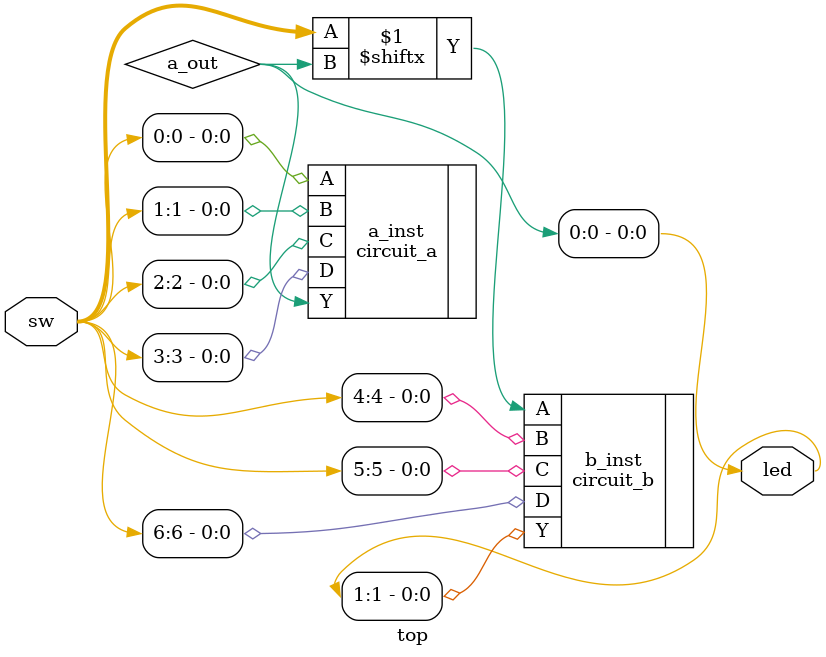
<source format=v>
module top(
    input [6:0] sw,
    output [1:0] led
);

 wire a_out;

    circuit_a a_inst(
        .A(sw[0]),
        .B(sw[1]),
        .C(sw[2]),
        .D(sw[3]),
        .Y(a_out)
    );

    circuit_b b_inst(
        .A(sw[a_out]),
        .B(sw[4]),
        .C(sw[5]),
        .D(sw[6]),
        .Y(led[1])
    );
assign led[0] = a_out;

endmodule
</source>
